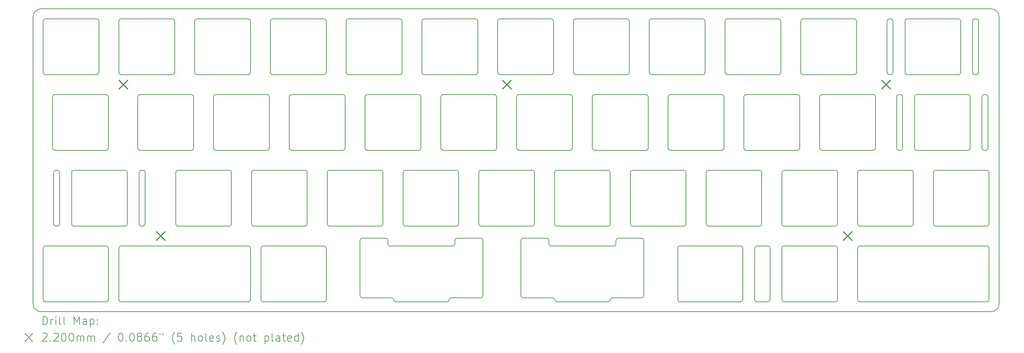
<source format=gbr>
%FSLAX45Y45*%
G04 Gerber Fmt 4.5, Leading zero omitted, Abs format (unit mm)*
G04 Created by KiCad (PCBNEW (6.0.1)) date 2022-12-02 16:12:17*
%MOMM*%
%LPD*%
G01*
G04 APERTURE LIST*
%TA.AperFunction,Profile*%
%ADD10C,0.200000*%
%TD*%
%ADD11C,0.200000*%
%ADD12C,0.220000*%
G04 APERTURE END LIST*
D10*
X8349375Y-11365000D02*
X5144375Y-11365000D01*
X8399375Y-11415000D02*
G75*
G03*
X8349375Y-11365000I-50000J0D01*
G01*
X8399375Y-12715000D02*
X8399375Y-11415000D01*
X8349375Y-12765000D02*
G75*
G03*
X8399375Y-12715000I0J50000D01*
G01*
X5144375Y-12765000D02*
X8349375Y-12765000D01*
X5094375Y-12715000D02*
G75*
G03*
X5144375Y-12765000I50000J0D01*
G01*
X5094375Y-11415000D02*
X5094375Y-12715000D01*
X5144375Y-11365000D02*
G75*
G03*
X5094375Y-11415000I0J-50000D01*
G01*
X26923125Y-9460000D02*
X25623125Y-9460000D01*
X26973125Y-9510000D02*
G75*
G03*
X26923125Y-9460000I-50000J0D01*
G01*
X26973125Y-10810000D02*
X26973125Y-9510000D01*
X26923125Y-10860000D02*
G75*
G03*
X26973125Y-10810000I0J50000D01*
G01*
X25623125Y-10860000D02*
X26923125Y-10860000D01*
X25573125Y-10810000D02*
G75*
G03*
X25623125Y-10860000I50000J0D01*
G01*
X25573125Y-9510000D02*
X25573125Y-10810000D01*
X25623125Y-9460000D02*
G75*
G03*
X25573125Y-9510000I0J-50000D01*
G01*
X25018125Y-9460000D02*
X23718125Y-9460000D01*
X25068125Y-9510000D02*
G75*
G03*
X25018125Y-9460000I-50000J0D01*
G01*
X25068125Y-10810000D02*
X25068125Y-9510000D01*
X25018125Y-10860000D02*
G75*
G03*
X25068125Y-10810000I0J50000D01*
G01*
X23718125Y-10860000D02*
X25018125Y-10860000D01*
X23668125Y-10810000D02*
G75*
G03*
X23718125Y-10860000I50000J0D01*
G01*
X23668125Y-9510000D02*
X23668125Y-10810000D01*
X23718125Y-9460000D02*
G75*
G03*
X23668125Y-9510000I0J-50000D01*
G01*
X23113125Y-9460000D02*
X21813125Y-9460000D01*
X23163125Y-9510000D02*
G75*
G03*
X23113125Y-9460000I-50000J0D01*
G01*
X23163125Y-10810000D02*
X23163125Y-9510000D01*
X23113125Y-10860000D02*
G75*
G03*
X23163125Y-10810000I0J50000D01*
G01*
X21813125Y-10860000D02*
X23113125Y-10860000D01*
X21763125Y-10810000D02*
G75*
G03*
X21813125Y-10860000I50000J0D01*
G01*
X21763125Y-9510000D02*
X21763125Y-10810000D01*
X21813125Y-9460000D02*
G75*
G03*
X21763125Y-9510000I0J-50000D01*
G01*
X8428125Y-10810000D02*
G75*
G03*
X8478125Y-10860000I50000J0D01*
G01*
X9778125Y-10860000D02*
X8478125Y-10860000D01*
X9778125Y-10860000D02*
G75*
G03*
X9828125Y-10810000I0J50000D01*
G01*
X9828125Y-9510000D02*
X9828125Y-10810000D01*
X9828125Y-9510000D02*
G75*
G03*
X9778125Y-9460000I-50000J0D01*
G01*
X8478125Y-9460000D02*
X9778125Y-9460000D01*
X8478125Y-9460000D02*
G75*
G03*
X8428125Y-9510000I0J-50000D01*
G01*
X8428125Y-10810000D02*
X8428125Y-9510000D01*
X17398125Y-9460000D02*
X16098125Y-9460000D01*
X17448125Y-9510000D02*
G75*
G03*
X17398125Y-9460000I-50000J0D01*
G01*
X17448125Y-10810000D02*
X17448125Y-9510000D01*
X17398125Y-10860000D02*
G75*
G03*
X17448125Y-10810000I0J50000D01*
G01*
X16098125Y-10860000D02*
X17398125Y-10860000D01*
X16048125Y-10810000D02*
G75*
G03*
X16098125Y-10860000I50000J0D01*
G01*
X16048125Y-9510000D02*
X16048125Y-10810000D01*
X16098125Y-9460000D02*
G75*
G03*
X16048125Y-9510000I0J-50000D01*
G01*
X11683125Y-9460000D02*
X10383125Y-9460000D01*
X11733125Y-9510000D02*
G75*
G03*
X11683125Y-9460000I-50000J0D01*
G01*
X11733125Y-10810000D02*
X11733125Y-9510000D01*
X11683125Y-10860000D02*
G75*
G03*
X11733125Y-10810000I0J50000D01*
G01*
X10383125Y-10860000D02*
X11683125Y-10860000D01*
X10333125Y-10810000D02*
G75*
G03*
X10383125Y-10860000I50000J0D01*
G01*
X10333125Y-9510000D02*
X10333125Y-10810000D01*
X10383125Y-9460000D02*
G75*
G03*
X10333125Y-9510000I0J-50000D01*
G01*
X15493125Y-9460000D02*
X14193125Y-9460000D01*
X15543125Y-9510000D02*
G75*
G03*
X15493125Y-9460000I-50000J0D01*
G01*
X15543125Y-10810000D02*
X15543125Y-9510000D01*
X15493125Y-10860000D02*
G75*
G03*
X15543125Y-10810000I0J50000D01*
G01*
X14193125Y-10860000D02*
X15493125Y-10860000D01*
X14143125Y-10810000D02*
G75*
G03*
X14193125Y-10860000I50000J0D01*
G01*
X14143125Y-9510000D02*
X14143125Y-10810000D01*
X14193125Y-9460000D02*
G75*
G03*
X14143125Y-9510000I0J-50000D01*
G01*
X19303125Y-9460000D02*
X18003125Y-9460000D01*
X19353125Y-9510000D02*
G75*
G03*
X19303125Y-9460000I-50000J0D01*
G01*
X19353125Y-10810000D02*
X19353125Y-9510000D01*
X19303125Y-10860000D02*
G75*
G03*
X19353125Y-10810000I0J50000D01*
G01*
X18003125Y-10860000D02*
X19303125Y-10860000D01*
X17953125Y-10810000D02*
G75*
G03*
X18003125Y-10860000I50000J0D01*
G01*
X17953125Y-9510000D02*
X17953125Y-10810000D01*
X18003125Y-9460000D02*
G75*
G03*
X17953125Y-9510000I0J-50000D01*
G01*
X12238125Y-10810000D02*
G75*
G03*
X12288125Y-10860000I50000J0D01*
G01*
X13588125Y-10860000D02*
X12288125Y-10860000D01*
X13588125Y-10860000D02*
G75*
G03*
X13638125Y-10810000I0J50000D01*
G01*
X13638125Y-9510000D02*
X13638125Y-10810000D01*
X13638125Y-9510000D02*
G75*
G03*
X13588125Y-9460000I-50000J0D01*
G01*
X12288125Y-9460000D02*
X13588125Y-9460000D01*
X12288125Y-9460000D02*
G75*
G03*
X12238125Y-9510000I0J-50000D01*
G01*
X12238125Y-10810000D02*
X12238125Y-9510000D01*
X21208125Y-9460000D02*
X19908125Y-9460000D01*
X21258125Y-9510000D02*
G75*
G03*
X21208125Y-9460000I-50000J0D01*
G01*
X21258125Y-10810000D02*
X21258125Y-9510000D01*
X21208125Y-10860000D02*
G75*
G03*
X21258125Y-10810000I0J50000D01*
G01*
X19908125Y-10860000D02*
X21208125Y-10860000D01*
X19858125Y-10810000D02*
G75*
G03*
X19908125Y-10860000I50000J0D01*
G01*
X19858125Y-9510000D02*
X19858125Y-10810000D01*
X19908125Y-9460000D02*
G75*
G03*
X19858125Y-9510000I0J-50000D01*
G01*
X7873125Y-9460000D02*
X6573125Y-9460000D01*
X7923125Y-9510000D02*
G75*
G03*
X7873125Y-9460000I-50000J0D01*
G01*
X7923125Y-10810000D02*
X7923125Y-9510000D01*
X7873125Y-10860000D02*
G75*
G03*
X7923125Y-10810000I0J50000D01*
G01*
X6573125Y-10860000D02*
X7873125Y-10860000D01*
X6523125Y-10810000D02*
G75*
G03*
X6573125Y-10860000I50000J0D01*
G01*
X6523125Y-9510000D02*
X6523125Y-10810000D01*
X6573125Y-9460000D02*
G75*
G03*
X6523125Y-9510000I0J-50000D01*
G01*
X5253750Y-9460000D02*
X3953750Y-9460000D01*
X5303750Y-9510000D02*
G75*
G03*
X5253750Y-9460000I-50000J0D01*
G01*
X5303750Y-10810000D02*
X5303750Y-9510000D01*
X5253750Y-10860000D02*
G75*
G03*
X5303750Y-10810000I0J50000D01*
G01*
X3953750Y-10860000D02*
X5253750Y-10860000D01*
X3903750Y-10810000D02*
G75*
G03*
X3953750Y-10860000I50000J0D01*
G01*
X3903750Y-9510000D02*
X3903750Y-10810000D01*
X3953750Y-9460000D02*
G75*
G03*
X3903750Y-9510000I0J-50000D01*
G01*
X25096875Y-8905000D02*
G75*
G03*
X25146875Y-8955000I50000J0D01*
G01*
X26446875Y-8955000D02*
X25146875Y-8955000D01*
X26446875Y-8955000D02*
G75*
G03*
X26496875Y-8905000I0J50000D01*
G01*
X26496875Y-7605000D02*
X26496875Y-8905000D01*
X26496875Y-7605000D02*
G75*
G03*
X26446875Y-7555000I-50000J0D01*
G01*
X25146875Y-7555000D02*
X26446875Y-7555000D01*
X25146875Y-7555000D02*
G75*
G03*
X25096875Y-7605000I0J-50000D01*
G01*
X25096875Y-8905000D02*
X25096875Y-7605000D01*
X24065625Y-7555000D02*
X22765625Y-7555000D01*
X24115625Y-7605000D02*
G75*
G03*
X24065625Y-7555000I-50000J0D01*
G01*
X24115625Y-8905000D02*
X24115625Y-7605000D01*
X24065625Y-8955000D02*
G75*
G03*
X24115625Y-8905000I0J50000D01*
G01*
X22765625Y-8955000D02*
X24065625Y-8955000D01*
X22715625Y-8905000D02*
G75*
G03*
X22765625Y-8955000I50000J0D01*
G01*
X22715625Y-7605000D02*
X22715625Y-8905000D01*
X22765625Y-7555000D02*
G75*
G03*
X22715625Y-7605000I0J-50000D01*
G01*
X3553750Y-9460000D02*
X3503750Y-9460000D01*
X3603750Y-9510000D02*
G75*
G03*
X3553750Y-9460000I-50000J0D01*
G01*
X3603750Y-10810000D02*
X3603750Y-9510000D01*
X3553750Y-10860000D02*
G75*
G03*
X3603750Y-10810000I0J50000D01*
G01*
X3503750Y-10860000D02*
X3553750Y-10860000D01*
X3453750Y-10810000D02*
G75*
G03*
X3503750Y-10860000I50000J0D01*
G01*
X3453750Y-9510000D02*
X3453750Y-10810000D01*
X3503750Y-9460000D02*
G75*
G03*
X3453750Y-9510000I0J-50000D01*
G01*
X5753750Y-10810000D02*
X5753750Y-9510000D01*
X5703750Y-10860000D02*
G75*
G03*
X5753750Y-10810000I0J50000D01*
G01*
X5653750Y-10860000D02*
X5703750Y-10860000D01*
X5603750Y-10810000D02*
G75*
G03*
X5653750Y-10860000I50000J0D01*
G01*
X5603750Y-9510000D02*
X5603750Y-10810000D01*
X5653750Y-9460000D02*
G75*
G03*
X5603750Y-9510000I0J-50000D01*
G01*
X5703750Y-9460000D02*
X5653750Y-9460000D01*
X5753750Y-9510000D02*
G75*
G03*
X5703750Y-9460000I-50000J0D01*
G01*
X26896875Y-7555000D02*
X26846875Y-7555000D01*
X26946875Y-7605000D02*
G75*
G03*
X26896875Y-7555000I-50000J0D01*
G01*
X26946875Y-8905000D02*
X26946875Y-7605000D01*
X26896875Y-8955000D02*
G75*
G03*
X26946875Y-8905000I0J50000D01*
G01*
X26846875Y-8955000D02*
X26896875Y-8955000D01*
X26796875Y-8905000D02*
G75*
G03*
X26846875Y-8955000I50000J0D01*
G01*
X26796875Y-7605000D02*
X26796875Y-8905000D01*
X26846875Y-7555000D02*
G75*
G03*
X26796875Y-7605000I0J-50000D01*
G01*
X24796875Y-8905000D02*
X24796875Y-7605000D01*
X24746875Y-8955000D02*
G75*
G03*
X24796875Y-8905000I0J50000D01*
G01*
X24696875Y-8955000D02*
X24746875Y-8955000D01*
X24646875Y-8905000D02*
G75*
G03*
X24696875Y-8955000I50000J0D01*
G01*
X24646875Y-7605000D02*
X24646875Y-8905000D01*
X24696875Y-7555000D02*
G75*
G03*
X24646875Y-7605000I0J-50000D01*
G01*
X24746875Y-7555000D02*
X24696875Y-7555000D01*
X24796875Y-7605000D02*
G75*
G03*
X24746875Y-7555000I-50000J0D01*
G01*
X22160625Y-7555000D02*
X20860625Y-7555000D01*
X22210625Y-7605000D02*
G75*
G03*
X22160625Y-7555000I-50000J0D01*
G01*
X22210625Y-8905000D02*
X22210625Y-7605000D01*
X22160625Y-8955000D02*
G75*
G03*
X22210625Y-8905000I0J50000D01*
G01*
X20860625Y-8955000D02*
X22160625Y-8955000D01*
X20810625Y-8905000D02*
G75*
G03*
X20860625Y-8955000I50000J0D01*
G01*
X20810625Y-7605000D02*
X20810625Y-8905000D01*
X20860625Y-7555000D02*
G75*
G03*
X20810625Y-7605000I0J-50000D01*
G01*
X14540625Y-7555000D02*
X13240625Y-7555000D01*
X14590625Y-7605000D02*
G75*
G03*
X14540625Y-7555000I-50000J0D01*
G01*
X14590625Y-8905000D02*
X14590625Y-7605000D01*
X14540625Y-8955000D02*
G75*
G03*
X14590625Y-8905000I0J50000D01*
G01*
X13240625Y-8955000D02*
X14540625Y-8955000D01*
X13190625Y-8905000D02*
G75*
G03*
X13240625Y-8955000I50000J0D01*
G01*
X13190625Y-7605000D02*
X13190625Y-8905000D01*
X13240625Y-7555000D02*
G75*
G03*
X13190625Y-7605000I0J-50000D01*
G01*
X18350625Y-7555000D02*
X17050625Y-7555000D01*
X18400625Y-7605000D02*
G75*
G03*
X18350625Y-7555000I-50000J0D01*
G01*
X18400625Y-8905000D02*
X18400625Y-7605000D01*
X18350625Y-8955000D02*
G75*
G03*
X18400625Y-8905000I0J50000D01*
G01*
X17050625Y-8955000D02*
X18350625Y-8955000D01*
X17000625Y-8905000D02*
G75*
G03*
X17050625Y-8955000I50000J0D01*
G01*
X17000625Y-7605000D02*
X17000625Y-8905000D01*
X17050625Y-7555000D02*
G75*
G03*
X17000625Y-7605000I0J-50000D01*
G01*
X8825625Y-7555000D02*
X7525625Y-7555000D01*
X8875625Y-7605000D02*
G75*
G03*
X8825625Y-7555000I-50000J0D01*
G01*
X8875625Y-8905000D02*
X8875625Y-7605000D01*
X8825625Y-8955000D02*
G75*
G03*
X8875625Y-8905000I0J50000D01*
G01*
X7525625Y-8955000D02*
X8825625Y-8955000D01*
X7475625Y-8905000D02*
G75*
G03*
X7525625Y-8955000I50000J0D01*
G01*
X7475625Y-7605000D02*
X7475625Y-8905000D01*
X7525625Y-7555000D02*
G75*
G03*
X7475625Y-7605000I0J-50000D01*
G01*
X20255625Y-7555000D02*
X18955625Y-7555000D01*
X20305625Y-7605000D02*
G75*
G03*
X20255625Y-7555000I-50000J0D01*
G01*
X20305625Y-8905000D02*
X20305625Y-7605000D01*
X20255625Y-8955000D02*
G75*
G03*
X20305625Y-8905000I0J50000D01*
G01*
X18955625Y-8955000D02*
X20255625Y-8955000D01*
X18905625Y-8905000D02*
G75*
G03*
X18955625Y-8955000I50000J0D01*
G01*
X18905625Y-7605000D02*
X18905625Y-8905000D01*
X18955625Y-7555000D02*
G75*
G03*
X18905625Y-7605000I0J-50000D01*
G01*
X12635625Y-7555000D02*
X11335625Y-7555000D01*
X12685625Y-7605000D02*
G75*
G03*
X12635625Y-7555000I-50000J0D01*
G01*
X12685625Y-8905000D02*
X12685625Y-7605000D01*
X12635625Y-8955000D02*
G75*
G03*
X12685625Y-8905000I0J50000D01*
G01*
X11335625Y-8955000D02*
X12635625Y-8955000D01*
X11285625Y-8905000D02*
G75*
G03*
X11335625Y-8955000I50000J0D01*
G01*
X11285625Y-7605000D02*
X11285625Y-8905000D01*
X11335625Y-7555000D02*
G75*
G03*
X11285625Y-7605000I0J-50000D01*
G01*
X6920625Y-7555000D02*
X5620625Y-7555000D01*
X6970625Y-7605000D02*
G75*
G03*
X6920625Y-7555000I-50000J0D01*
G01*
X6970625Y-8905000D02*
X6970625Y-7605000D01*
X6920625Y-8955000D02*
G75*
G03*
X6970625Y-8905000I0J50000D01*
G01*
X5620625Y-8955000D02*
X6920625Y-8955000D01*
X5570625Y-8905000D02*
G75*
G03*
X5620625Y-8955000I50000J0D01*
G01*
X5570625Y-7605000D02*
X5570625Y-8905000D01*
X5620625Y-7555000D02*
G75*
G03*
X5570625Y-7605000I0J-50000D01*
G01*
X16445625Y-7555000D02*
X15145625Y-7555000D01*
X16495625Y-7605000D02*
G75*
G03*
X16445625Y-7555000I-50000J0D01*
G01*
X16495625Y-8905000D02*
X16495625Y-7605000D01*
X16445625Y-8955000D02*
G75*
G03*
X16495625Y-8905000I0J50000D01*
G01*
X15145625Y-8955000D02*
X16445625Y-8955000D01*
X15095625Y-8905000D02*
G75*
G03*
X15145625Y-8955000I50000J0D01*
G01*
X15095625Y-7605000D02*
X15095625Y-8905000D01*
X15145625Y-7555000D02*
G75*
G03*
X15095625Y-7605000I0J-50000D01*
G01*
X10730625Y-7555000D02*
X9430625Y-7555000D01*
X10780625Y-7605000D02*
G75*
G03*
X10730625Y-7555000I-50000J0D01*
G01*
X10780625Y-8905000D02*
X10780625Y-7605000D01*
X10730625Y-8955000D02*
G75*
G03*
X10780625Y-8905000I0J50000D01*
G01*
X9430625Y-8955000D02*
X10730625Y-8955000D01*
X9380625Y-8905000D02*
G75*
G03*
X9430625Y-8955000I50000J0D01*
G01*
X9380625Y-7605000D02*
X9380625Y-8905000D01*
X9430625Y-7555000D02*
G75*
G03*
X9380625Y-7605000I0J-50000D01*
G01*
X4777500Y-7555000D02*
X3477500Y-7555000D01*
X4827500Y-7605000D02*
G75*
G03*
X4777500Y-7555000I-50000J0D01*
G01*
X4827500Y-8905000D02*
X4827500Y-7605000D01*
X4777500Y-8955000D02*
G75*
G03*
X4827500Y-8905000I0J50000D01*
G01*
X3477500Y-8955000D02*
X4777500Y-8955000D01*
X3427500Y-8905000D02*
G75*
G03*
X3477500Y-8955000I50000J0D01*
G01*
X3427500Y-7605000D02*
X3427500Y-8905000D01*
X3477500Y-7555000D02*
G75*
G03*
X3427500Y-7605000I0J-50000D01*
G01*
X26658750Y-5650000D02*
X26608750Y-5650000D01*
X26708750Y-5700000D02*
G75*
G03*
X26658750Y-5650000I-50000J0D01*
G01*
X26708750Y-7000000D02*
X26708750Y-5700000D01*
X26658750Y-7050000D02*
G75*
G03*
X26708750Y-7000000I0J50000D01*
G01*
X26608750Y-7050000D02*
X26658750Y-7050000D01*
X26558750Y-7000000D02*
G75*
G03*
X26608750Y-7050000I50000J0D01*
G01*
X26558750Y-5700000D02*
X26558750Y-7000000D01*
X26608750Y-5650000D02*
G75*
G03*
X26558750Y-5700000I0J-50000D01*
G01*
X24508750Y-5650000D02*
X24458750Y-5650000D01*
X24558750Y-5700000D02*
G75*
G03*
X24508750Y-5650000I-50000J0D01*
G01*
X24558750Y-7000000D02*
X24558750Y-5700000D01*
X24508750Y-7050000D02*
G75*
G03*
X24558750Y-7000000I0J50000D01*
G01*
X24458750Y-7050000D02*
X24508750Y-7050000D01*
X24408750Y-7000000D02*
G75*
G03*
X24458750Y-7050000I50000J0D01*
G01*
X24408750Y-5700000D02*
X24408750Y-7000000D01*
X24458750Y-5650000D02*
G75*
G03*
X24408750Y-5700000I0J-50000D01*
G01*
X20334375Y-7000000D02*
G75*
G03*
X20384375Y-7050000I50000J0D01*
G01*
X21684375Y-7050000D02*
X20384375Y-7050000D01*
X21684375Y-7050000D02*
G75*
G03*
X21734375Y-7000000I0J50000D01*
G01*
X21734375Y-5700000D02*
X21734375Y-7000000D01*
X21734375Y-5700000D02*
G75*
G03*
X21684375Y-5650000I-50000J0D01*
G01*
X20384375Y-5650000D02*
X21684375Y-5650000D01*
X20384375Y-5650000D02*
G75*
G03*
X20334375Y-5700000I0J-50000D01*
G01*
X20334375Y-7000000D02*
X20334375Y-5700000D01*
X17874375Y-5650000D02*
X16574375Y-5650000D01*
X17924375Y-5700000D02*
G75*
G03*
X17874375Y-5650000I-50000J0D01*
G01*
X17924375Y-7000000D02*
X17924375Y-5700000D01*
X17874375Y-7050000D02*
G75*
G03*
X17924375Y-7000000I0J50000D01*
G01*
X16574375Y-7050000D02*
X17874375Y-7050000D01*
X16524375Y-7000000D02*
G75*
G03*
X16574375Y-7050000I50000J0D01*
G01*
X16524375Y-5700000D02*
X16524375Y-7000000D01*
X16574375Y-5650000D02*
G75*
G03*
X16524375Y-5700000I0J-50000D01*
G01*
X21131875Y-12765000D02*
X21413125Y-12765000D01*
X21081875Y-12715000D02*
G75*
G03*
X21131875Y-12765000I50000J0D01*
G01*
X21081875Y-11415000D02*
X21081875Y-12715000D01*
X21131875Y-11365000D02*
G75*
G03*
X21081875Y-11415000I0J-50000D01*
G01*
X21413125Y-11365000D02*
X21131875Y-11365000D01*
X21463125Y-11415000D02*
G75*
G03*
X21413125Y-11365000I-50000J0D01*
G01*
X21463125Y-12715000D02*
X21463125Y-11415000D01*
X21413125Y-12765000D02*
G75*
G03*
X21463125Y-12715000I0J50000D01*
G01*
X4777500Y-11365000D02*
X3239375Y-11365000D01*
X4827500Y-11415000D02*
G75*
G03*
X4777500Y-11365000I-50000J0D01*
G01*
X4827500Y-12715000D02*
X4827500Y-11415000D01*
X4777500Y-12765000D02*
G75*
G03*
X4827500Y-12715000I0J50000D01*
G01*
X3239375Y-12765000D02*
X4777500Y-12765000D01*
X3189375Y-12715000D02*
G75*
G03*
X3239375Y-12765000I50000J0D01*
G01*
X3189375Y-11415000D02*
X3189375Y-12715000D01*
X3239375Y-11365000D02*
G75*
G03*
X3189375Y-11415000I0J-50000D01*
G01*
X19779375Y-5650000D02*
X18479375Y-5650000D01*
X19829375Y-5700000D02*
G75*
G03*
X19779375Y-5650000I-50000J0D01*
G01*
X19829375Y-7000000D02*
X19829375Y-5700000D01*
X19779375Y-7050000D02*
G75*
G03*
X19829375Y-7000000I0J50000D01*
G01*
X18479375Y-7050000D02*
X19779375Y-7050000D01*
X18429375Y-7000000D02*
G75*
G03*
X18479375Y-7050000I50000J0D01*
G01*
X18429375Y-5700000D02*
X18429375Y-7000000D01*
X18479375Y-5650000D02*
G75*
G03*
X18429375Y-5700000I0J-50000D01*
G01*
X8716250Y-11365000D02*
G75*
G03*
X8666250Y-11415000I0J-50000D01*
G01*
X8666250Y-12715000D02*
X8666250Y-11415000D01*
X8666250Y-12715000D02*
G75*
G03*
X8716250Y-12765000I50000J0D01*
G01*
X10254375Y-12765000D02*
X8716250Y-12765000D01*
X10254375Y-12765000D02*
G75*
G03*
X10304375Y-12715000I0J50000D01*
G01*
X10304375Y-11415000D02*
X10304375Y-12715000D01*
X10304375Y-11415000D02*
G75*
G03*
X10254375Y-11365000I-50000J0D01*
G01*
X8716250Y-11365000D02*
X10254375Y-11365000D01*
X26208750Y-5650000D02*
X24908750Y-5650000D01*
X26258750Y-5700000D02*
G75*
G03*
X26208750Y-5650000I-50000J0D01*
G01*
X26258750Y-7000000D02*
X26258750Y-5700000D01*
X26208750Y-7050000D02*
G75*
G03*
X26258750Y-7000000I0J50000D01*
G01*
X24908750Y-7050000D02*
X26208750Y-7050000D01*
X24858750Y-7000000D02*
G75*
G03*
X24908750Y-7050000I50000J0D01*
G01*
X24858750Y-5700000D02*
X24858750Y-7000000D01*
X24908750Y-5650000D02*
G75*
G03*
X24858750Y-5700000I0J-50000D01*
G01*
X20731875Y-11365000D02*
X19193750Y-11365000D01*
X20781875Y-11415000D02*
G75*
G03*
X20731875Y-11365000I-50000J0D01*
G01*
X20781875Y-12715000D02*
X20781875Y-11415000D01*
X20731875Y-12765000D02*
G75*
G03*
X20781875Y-12715000I0J50000D01*
G01*
X19193750Y-12765000D02*
X20731875Y-12765000D01*
X19143750Y-12715000D02*
G75*
G03*
X19193750Y-12765000I50000J0D01*
G01*
X19143750Y-11415000D02*
X19143750Y-12715000D01*
X19193750Y-11365000D02*
G75*
G03*
X19143750Y-11415000I0J-50000D01*
G01*
X26923125Y-11365000D02*
X23718125Y-11365000D01*
X26973125Y-11415000D02*
G75*
G03*
X26923125Y-11365000I-50000J0D01*
G01*
X26973125Y-12715000D02*
X26973125Y-11415000D01*
X26923125Y-12765000D02*
G75*
G03*
X26973125Y-12715000I0J50000D01*
G01*
X23718125Y-12765000D02*
X26923125Y-12765000D01*
X23668125Y-12715000D02*
G75*
G03*
X23718125Y-12765000I50000J0D01*
G01*
X23668125Y-11415000D02*
X23668125Y-12715000D01*
X23718125Y-11365000D02*
G75*
G03*
X23668125Y-11415000I0J-50000D01*
G01*
X23589375Y-5650000D02*
X22289375Y-5650000D01*
X23639375Y-5700000D02*
G75*
G03*
X23589375Y-5650000I-50000J0D01*
G01*
X23639375Y-7000000D02*
X23639375Y-5700000D01*
X23589375Y-7050000D02*
G75*
G03*
X23639375Y-7000000I0J50000D01*
G01*
X22289375Y-7050000D02*
X23589375Y-7050000D01*
X22239375Y-7000000D02*
G75*
G03*
X22289375Y-7050000I50000J0D01*
G01*
X22239375Y-5700000D02*
X22239375Y-7000000D01*
X22289375Y-5650000D02*
G75*
G03*
X22239375Y-5700000I0J-50000D01*
G01*
X14114375Y-7000000D02*
X14114375Y-5700000D01*
X14064375Y-7050000D02*
G75*
G03*
X14114375Y-7000000I0J50000D01*
G01*
X12764375Y-7050000D02*
X14064375Y-7050000D01*
X12714375Y-7000000D02*
G75*
G03*
X12764375Y-7050000I50000J0D01*
G01*
X12714375Y-5700000D02*
X12714375Y-7000000D01*
X12764375Y-5650000D02*
G75*
G03*
X12714375Y-5700000I0J-50000D01*
G01*
X14064375Y-5650000D02*
X12764375Y-5650000D01*
X14114375Y-5700000D02*
G75*
G03*
X14064375Y-5650000I-50000J0D01*
G01*
X15969375Y-5650000D02*
X14669375Y-5650000D01*
X16019375Y-5700000D02*
G75*
G03*
X15969375Y-5650000I-50000J0D01*
G01*
X16019375Y-7000000D02*
X16019375Y-5700000D01*
X15969375Y-7050000D02*
G75*
G03*
X16019375Y-7000000I0J50000D01*
G01*
X14669375Y-7050000D02*
X15969375Y-7050000D01*
X14619375Y-7000000D02*
G75*
G03*
X14669375Y-7050000I50000J0D01*
G01*
X14619375Y-5700000D02*
X14619375Y-7000000D01*
X14669375Y-5650000D02*
G75*
G03*
X14619375Y-5700000I0J-50000D01*
G01*
X4539375Y-5650000D02*
X3239375Y-5650000D01*
X4589375Y-5700000D02*
G75*
G03*
X4539375Y-5650000I-50000J0D01*
G01*
X4589375Y-7000000D02*
X4589375Y-5700000D01*
X4539375Y-7050000D02*
G75*
G03*
X4589375Y-7000000I0J50000D01*
G01*
X3239375Y-7050000D02*
X4539375Y-7050000D01*
X3189375Y-7000000D02*
G75*
G03*
X3239375Y-7050000I50000J0D01*
G01*
X3189375Y-5700000D02*
X3189375Y-7000000D01*
X3239375Y-5650000D02*
G75*
G03*
X3189375Y-5700000I0J-50000D01*
G01*
X12159375Y-5650000D02*
X10859375Y-5650000D01*
X12209375Y-5700000D02*
G75*
G03*
X12159375Y-5650000I-50000J0D01*
G01*
X12209375Y-7000000D02*
X12209375Y-5700000D01*
X12159375Y-7050000D02*
G75*
G03*
X12209375Y-7000000I0J50000D01*
G01*
X10859375Y-7050000D02*
X12159375Y-7050000D01*
X10809375Y-7000000D02*
G75*
G03*
X10859375Y-7050000I50000J0D01*
G01*
X10809375Y-5700000D02*
X10809375Y-7000000D01*
X10859375Y-5650000D02*
G75*
G03*
X10809375Y-5700000I0J-50000D01*
G01*
X21763125Y-12715000D02*
G75*
G03*
X21813125Y-12765000I50000J0D01*
G01*
X23113125Y-12765000D02*
X21813125Y-12765000D01*
X23113125Y-12765000D02*
G75*
G03*
X23163125Y-12715000I0J50000D01*
G01*
X23163125Y-11415000D02*
X23163125Y-12715000D01*
X23163125Y-11415000D02*
G75*
G03*
X23113125Y-11365000I-50000J0D01*
G01*
X21813125Y-11365000D02*
X23113125Y-11365000D01*
X21813125Y-11365000D02*
G75*
G03*
X21763125Y-11415000I0J-50000D01*
G01*
X21763125Y-12715000D02*
X21763125Y-11415000D01*
X8349375Y-5650000D02*
X7049375Y-5650000D01*
X8399375Y-5700000D02*
G75*
G03*
X8349375Y-5650000I-50000J0D01*
G01*
X8399375Y-7000000D02*
X8399375Y-5700000D01*
X8349375Y-7050000D02*
G75*
G03*
X8399375Y-7000000I0J50000D01*
G01*
X7049375Y-7050000D02*
X8349375Y-7050000D01*
X6999375Y-7000000D02*
G75*
G03*
X7049375Y-7050000I50000J0D01*
G01*
X6999375Y-5700000D02*
X6999375Y-7000000D01*
X7049375Y-5650000D02*
G75*
G03*
X6999375Y-5700000I0J-50000D01*
G01*
X6444375Y-5650000D02*
X5144375Y-5650000D01*
X6494375Y-5700000D02*
G75*
G03*
X6444375Y-5650000I-50000J0D01*
G01*
X6494375Y-7000000D02*
X6494375Y-5700000D01*
X6444375Y-7050000D02*
G75*
G03*
X6494375Y-7000000I0J50000D01*
G01*
X5144375Y-7050000D02*
X6444375Y-7050000D01*
X5094375Y-7000000D02*
G75*
G03*
X5144375Y-7050000I50000J0D01*
G01*
X5094375Y-5700000D02*
X5094375Y-7000000D01*
X5144375Y-5650000D02*
G75*
G03*
X5094375Y-5700000I0J-50000D01*
G01*
X10254375Y-5650000D02*
X8954375Y-5650000D01*
X10304375Y-5700000D02*
G75*
G03*
X10254375Y-5650000I-50000J0D01*
G01*
X10304375Y-7000000D02*
X10304375Y-5700000D01*
X10254375Y-7050000D02*
G75*
G03*
X10304375Y-7000000I0J50000D01*
G01*
X8954375Y-7050000D02*
X10254375Y-7050000D01*
X8904375Y-7000000D02*
G75*
G03*
X8954375Y-7050000I50000J0D01*
G01*
X8904375Y-5700000D02*
X8904375Y-7000000D01*
X8954375Y-5650000D02*
G75*
G03*
X8904375Y-5700000I0J-50000D01*
G01*
X14193800Y-12665000D02*
X13450000Y-12665000D01*
X14193800Y-12665000D02*
G75*
G03*
X14243800Y-12615000I0J50000D01*
G01*
X14243800Y-11215000D02*
X14243800Y-12615000D01*
X14243800Y-11215000D02*
G75*
G03*
X14193800Y-11165000I-50000J0D01*
G01*
X13593800Y-11165000D02*
X14193800Y-11165000D01*
X13593800Y-11165000D02*
G75*
G03*
X13543800Y-11215000I0J-50000D01*
G01*
X13543800Y-11315000D02*
X13543800Y-11215000D01*
X13493800Y-11365000D02*
G75*
G03*
X13543800Y-11315000I0J50000D01*
G01*
X11906200Y-11365000D02*
X13493800Y-11365000D01*
X11856200Y-11315000D02*
G75*
G03*
X11906200Y-11365000I50000J0D01*
G01*
X11856200Y-11215000D02*
X11856200Y-11315000D01*
X11856200Y-11215000D02*
G75*
G03*
X11806200Y-11165000I-50000J0D01*
G01*
X11206200Y-11165000D02*
X11806200Y-11165000D01*
X11206200Y-11165000D02*
G75*
G03*
X11156200Y-11215000I0J-50000D01*
G01*
X11156200Y-12615000D02*
X11156200Y-11215000D01*
X11156200Y-12615000D02*
G75*
G03*
X11206200Y-12665000I50000J0D01*
G01*
X11950000Y-12665000D02*
X11206200Y-12665000D01*
X12000000Y-12715000D02*
G75*
G03*
X11950000Y-12665000I-50000J0D01*
G01*
X12000000Y-12715000D02*
G75*
G03*
X12050000Y-12765000I50000J0D01*
G01*
X13350000Y-12765000D02*
X12050000Y-12765000D01*
X13350000Y-12765000D02*
G75*
G03*
X13400000Y-12715000I0J50000D01*
G01*
X13450000Y-12665000D02*
G75*
G03*
X13400000Y-12715000I0J-50000D01*
G01*
X18241925Y-12665000D02*
X17498125Y-12665000D01*
X18241925Y-12665000D02*
G75*
G03*
X18291925Y-12615000I0J50000D01*
G01*
X18291925Y-11215000D02*
X18291925Y-12615000D01*
X18291925Y-11215000D02*
G75*
G03*
X18241925Y-11165000I-50000J0D01*
G01*
X17641925Y-11165000D02*
X18241925Y-11165000D01*
X17641925Y-11165000D02*
G75*
G03*
X17591925Y-11215000I0J-50000D01*
G01*
X17591925Y-11315000D02*
X17591925Y-11215000D01*
X17541925Y-11365000D02*
G75*
G03*
X17591925Y-11315000I0J50000D01*
G01*
X15954325Y-11365000D02*
X17541925Y-11365000D01*
X15904325Y-11315000D02*
G75*
G03*
X15954325Y-11365000I50000J0D01*
G01*
X15904325Y-11215000D02*
X15904325Y-11315000D01*
X15904325Y-11215000D02*
G75*
G03*
X15854325Y-11165000I-50000J0D01*
G01*
X15254325Y-11165000D02*
X15854325Y-11165000D01*
X15254325Y-11165000D02*
G75*
G03*
X15204325Y-11215000I0J-50000D01*
G01*
X15204325Y-12615000D02*
X15204325Y-11215000D01*
X15204325Y-12615000D02*
G75*
G03*
X15254325Y-12665000I50000J0D01*
G01*
X15998125Y-12665000D02*
X15254325Y-12665000D01*
X16048125Y-12715000D02*
G75*
G03*
X15998125Y-12665000I-50000J0D01*
G01*
X16048125Y-12715000D02*
G75*
G03*
X16098125Y-12765000I50000J0D01*
G01*
X17398125Y-12765000D02*
X16098125Y-12765000D01*
X17398125Y-12765000D02*
G75*
G03*
X17448125Y-12715000I0J50000D01*
G01*
X17498125Y-12665000D02*
G75*
G03*
X17448125Y-12715000I0J-50000D01*
G01*
X3136875Y-13017500D02*
X27025625Y-13017500D01*
X2936875Y-12817500D02*
G75*
G03*
X3136875Y-13017500I200000J0D01*
G01*
X2936875Y-5597500D02*
X2936875Y-12817500D01*
X3136875Y-5397500D02*
G75*
G03*
X2936875Y-5597500I0J-200000D01*
G01*
X27025625Y-5397500D02*
X3136875Y-5397500D01*
X27225625Y-5597500D02*
G75*
G03*
X27025625Y-5397500I-200000J0D01*
G01*
X27225625Y-12817500D02*
X27225625Y-5597500D01*
X27025625Y-13017500D02*
G75*
G03*
X27225625Y-12817500I0J200000D01*
G01*
D11*
D12*
X5089025Y-7192500D02*
X5309025Y-7412500D01*
X5309025Y-7192500D02*
X5089025Y-7412500D01*
X6028425Y-11002500D02*
X6248425Y-11222500D01*
X6248425Y-11002500D02*
X6028425Y-11222500D01*
X14733125Y-7192500D02*
X14953125Y-7412500D01*
X14953125Y-7192500D02*
X14733125Y-7412500D01*
X23305625Y-11002500D02*
X23525625Y-11222500D01*
X23525625Y-11002500D02*
X23305625Y-11222500D01*
X24271225Y-7192500D02*
X24491225Y-7412500D01*
X24491225Y-7192500D02*
X24271225Y-7412500D01*
D11*
X3184494Y-13337976D02*
X3184494Y-13137976D01*
X3232113Y-13137976D01*
X3260684Y-13147500D01*
X3279732Y-13166548D01*
X3289256Y-13185595D01*
X3298780Y-13223690D01*
X3298780Y-13252262D01*
X3289256Y-13290357D01*
X3279732Y-13309405D01*
X3260684Y-13328452D01*
X3232113Y-13337976D01*
X3184494Y-13337976D01*
X3384494Y-13337976D02*
X3384494Y-13204643D01*
X3384494Y-13242738D02*
X3394018Y-13223690D01*
X3403542Y-13214167D01*
X3422589Y-13204643D01*
X3441637Y-13204643D01*
X3508303Y-13337976D02*
X3508303Y-13204643D01*
X3508303Y-13137976D02*
X3498780Y-13147500D01*
X3508303Y-13157024D01*
X3517827Y-13147500D01*
X3508303Y-13137976D01*
X3508303Y-13157024D01*
X3632113Y-13337976D02*
X3613065Y-13328452D01*
X3603542Y-13309405D01*
X3603542Y-13137976D01*
X3736875Y-13337976D02*
X3717827Y-13328452D01*
X3708303Y-13309405D01*
X3708303Y-13137976D01*
X3965446Y-13337976D02*
X3965446Y-13137976D01*
X4032113Y-13280833D01*
X4098780Y-13137976D01*
X4098780Y-13337976D01*
X4279732Y-13337976D02*
X4279732Y-13233214D01*
X4270208Y-13214167D01*
X4251161Y-13204643D01*
X4213065Y-13204643D01*
X4194018Y-13214167D01*
X4279732Y-13328452D02*
X4260685Y-13337976D01*
X4213065Y-13337976D01*
X4194018Y-13328452D01*
X4184494Y-13309405D01*
X4184494Y-13290357D01*
X4194018Y-13271309D01*
X4213065Y-13261786D01*
X4260685Y-13261786D01*
X4279732Y-13252262D01*
X4374970Y-13204643D02*
X4374970Y-13404643D01*
X4374970Y-13214167D02*
X4394018Y-13204643D01*
X4432113Y-13204643D01*
X4451161Y-13214167D01*
X4460685Y-13223690D01*
X4470208Y-13242738D01*
X4470208Y-13299881D01*
X4460685Y-13318928D01*
X4451161Y-13328452D01*
X4432113Y-13337976D01*
X4394018Y-13337976D01*
X4374970Y-13328452D01*
X4555923Y-13318928D02*
X4565446Y-13328452D01*
X4555923Y-13337976D01*
X4546399Y-13328452D01*
X4555923Y-13318928D01*
X4555923Y-13337976D01*
X4555923Y-13214167D02*
X4565446Y-13223690D01*
X4555923Y-13233214D01*
X4546399Y-13223690D01*
X4555923Y-13214167D01*
X4555923Y-13233214D01*
X2726875Y-13567500D02*
X2926875Y-13767500D01*
X2926875Y-13567500D02*
X2726875Y-13767500D01*
X3174970Y-13577024D02*
X3184494Y-13567500D01*
X3203542Y-13557976D01*
X3251161Y-13557976D01*
X3270208Y-13567500D01*
X3279732Y-13577024D01*
X3289256Y-13596071D01*
X3289256Y-13615119D01*
X3279732Y-13643690D01*
X3165446Y-13757976D01*
X3289256Y-13757976D01*
X3374970Y-13738928D02*
X3384494Y-13748452D01*
X3374970Y-13757976D01*
X3365446Y-13748452D01*
X3374970Y-13738928D01*
X3374970Y-13757976D01*
X3460684Y-13577024D02*
X3470208Y-13567500D01*
X3489256Y-13557976D01*
X3536875Y-13557976D01*
X3555923Y-13567500D01*
X3565446Y-13577024D01*
X3574970Y-13596071D01*
X3574970Y-13615119D01*
X3565446Y-13643690D01*
X3451161Y-13757976D01*
X3574970Y-13757976D01*
X3698780Y-13557976D02*
X3717827Y-13557976D01*
X3736875Y-13567500D01*
X3746399Y-13577024D01*
X3755923Y-13596071D01*
X3765446Y-13634167D01*
X3765446Y-13681786D01*
X3755923Y-13719881D01*
X3746399Y-13738928D01*
X3736875Y-13748452D01*
X3717827Y-13757976D01*
X3698780Y-13757976D01*
X3679732Y-13748452D01*
X3670208Y-13738928D01*
X3660684Y-13719881D01*
X3651161Y-13681786D01*
X3651161Y-13634167D01*
X3660684Y-13596071D01*
X3670208Y-13577024D01*
X3679732Y-13567500D01*
X3698780Y-13557976D01*
X3889256Y-13557976D02*
X3908303Y-13557976D01*
X3927351Y-13567500D01*
X3936875Y-13577024D01*
X3946399Y-13596071D01*
X3955923Y-13634167D01*
X3955923Y-13681786D01*
X3946399Y-13719881D01*
X3936875Y-13738928D01*
X3927351Y-13748452D01*
X3908303Y-13757976D01*
X3889256Y-13757976D01*
X3870208Y-13748452D01*
X3860684Y-13738928D01*
X3851161Y-13719881D01*
X3841637Y-13681786D01*
X3841637Y-13634167D01*
X3851161Y-13596071D01*
X3860684Y-13577024D01*
X3870208Y-13567500D01*
X3889256Y-13557976D01*
X4041637Y-13757976D02*
X4041637Y-13624643D01*
X4041637Y-13643690D02*
X4051161Y-13634167D01*
X4070208Y-13624643D01*
X4098780Y-13624643D01*
X4117827Y-13634167D01*
X4127351Y-13653214D01*
X4127351Y-13757976D01*
X4127351Y-13653214D02*
X4136875Y-13634167D01*
X4155923Y-13624643D01*
X4184494Y-13624643D01*
X4203542Y-13634167D01*
X4213065Y-13653214D01*
X4213065Y-13757976D01*
X4308304Y-13757976D02*
X4308304Y-13624643D01*
X4308304Y-13643690D02*
X4317827Y-13634167D01*
X4336875Y-13624643D01*
X4365446Y-13624643D01*
X4384494Y-13634167D01*
X4394018Y-13653214D01*
X4394018Y-13757976D01*
X4394018Y-13653214D02*
X4403542Y-13634167D01*
X4422589Y-13624643D01*
X4451161Y-13624643D01*
X4470208Y-13634167D01*
X4479732Y-13653214D01*
X4479732Y-13757976D01*
X4870208Y-13548452D02*
X4698780Y-13805595D01*
X5127351Y-13557976D02*
X5146399Y-13557976D01*
X5165446Y-13567500D01*
X5174970Y-13577024D01*
X5184494Y-13596071D01*
X5194018Y-13634167D01*
X5194018Y-13681786D01*
X5184494Y-13719881D01*
X5174970Y-13738928D01*
X5165446Y-13748452D01*
X5146399Y-13757976D01*
X5127351Y-13757976D01*
X5108304Y-13748452D01*
X5098780Y-13738928D01*
X5089256Y-13719881D01*
X5079732Y-13681786D01*
X5079732Y-13634167D01*
X5089256Y-13596071D01*
X5098780Y-13577024D01*
X5108304Y-13567500D01*
X5127351Y-13557976D01*
X5279732Y-13738928D02*
X5289256Y-13748452D01*
X5279732Y-13757976D01*
X5270208Y-13748452D01*
X5279732Y-13738928D01*
X5279732Y-13757976D01*
X5413065Y-13557976D02*
X5432113Y-13557976D01*
X5451161Y-13567500D01*
X5460685Y-13577024D01*
X5470208Y-13596071D01*
X5479732Y-13634167D01*
X5479732Y-13681786D01*
X5470208Y-13719881D01*
X5460685Y-13738928D01*
X5451161Y-13748452D01*
X5432113Y-13757976D01*
X5413065Y-13757976D01*
X5394018Y-13748452D01*
X5384494Y-13738928D01*
X5374970Y-13719881D01*
X5365446Y-13681786D01*
X5365446Y-13634167D01*
X5374970Y-13596071D01*
X5384494Y-13577024D01*
X5394018Y-13567500D01*
X5413065Y-13557976D01*
X5594018Y-13643690D02*
X5574970Y-13634167D01*
X5565446Y-13624643D01*
X5555923Y-13605595D01*
X5555923Y-13596071D01*
X5565446Y-13577024D01*
X5574970Y-13567500D01*
X5594018Y-13557976D01*
X5632113Y-13557976D01*
X5651161Y-13567500D01*
X5660684Y-13577024D01*
X5670208Y-13596071D01*
X5670208Y-13605595D01*
X5660684Y-13624643D01*
X5651161Y-13634167D01*
X5632113Y-13643690D01*
X5594018Y-13643690D01*
X5574970Y-13653214D01*
X5565446Y-13662738D01*
X5555923Y-13681786D01*
X5555923Y-13719881D01*
X5565446Y-13738928D01*
X5574970Y-13748452D01*
X5594018Y-13757976D01*
X5632113Y-13757976D01*
X5651161Y-13748452D01*
X5660684Y-13738928D01*
X5670208Y-13719881D01*
X5670208Y-13681786D01*
X5660684Y-13662738D01*
X5651161Y-13653214D01*
X5632113Y-13643690D01*
X5841637Y-13557976D02*
X5803542Y-13557976D01*
X5784494Y-13567500D01*
X5774970Y-13577024D01*
X5755923Y-13605595D01*
X5746399Y-13643690D01*
X5746399Y-13719881D01*
X5755923Y-13738928D01*
X5765446Y-13748452D01*
X5784494Y-13757976D01*
X5822589Y-13757976D01*
X5841637Y-13748452D01*
X5851161Y-13738928D01*
X5860684Y-13719881D01*
X5860684Y-13672262D01*
X5851161Y-13653214D01*
X5841637Y-13643690D01*
X5822589Y-13634167D01*
X5784494Y-13634167D01*
X5765446Y-13643690D01*
X5755923Y-13653214D01*
X5746399Y-13672262D01*
X6032113Y-13557976D02*
X5994018Y-13557976D01*
X5974970Y-13567500D01*
X5965446Y-13577024D01*
X5946399Y-13605595D01*
X5936875Y-13643690D01*
X5936875Y-13719881D01*
X5946399Y-13738928D01*
X5955923Y-13748452D01*
X5974970Y-13757976D01*
X6013065Y-13757976D01*
X6032113Y-13748452D01*
X6041637Y-13738928D01*
X6051161Y-13719881D01*
X6051161Y-13672262D01*
X6041637Y-13653214D01*
X6032113Y-13643690D01*
X6013065Y-13634167D01*
X5974970Y-13634167D01*
X5955923Y-13643690D01*
X5946399Y-13653214D01*
X5936875Y-13672262D01*
X6127351Y-13557976D02*
X6127351Y-13596071D01*
X6203542Y-13557976D02*
X6203542Y-13596071D01*
X6498780Y-13834167D02*
X6489256Y-13824643D01*
X6470208Y-13796071D01*
X6460684Y-13777024D01*
X6451161Y-13748452D01*
X6441637Y-13700833D01*
X6441637Y-13662738D01*
X6451161Y-13615119D01*
X6460684Y-13586548D01*
X6470208Y-13567500D01*
X6489256Y-13538928D01*
X6498780Y-13529405D01*
X6670208Y-13557976D02*
X6574970Y-13557976D01*
X6565446Y-13653214D01*
X6574970Y-13643690D01*
X6594018Y-13634167D01*
X6641637Y-13634167D01*
X6660684Y-13643690D01*
X6670208Y-13653214D01*
X6679732Y-13672262D01*
X6679732Y-13719881D01*
X6670208Y-13738928D01*
X6660684Y-13748452D01*
X6641637Y-13757976D01*
X6594018Y-13757976D01*
X6574970Y-13748452D01*
X6565446Y-13738928D01*
X6917827Y-13757976D02*
X6917827Y-13557976D01*
X7003542Y-13757976D02*
X7003542Y-13653214D01*
X6994018Y-13634167D01*
X6974970Y-13624643D01*
X6946399Y-13624643D01*
X6927351Y-13634167D01*
X6917827Y-13643690D01*
X7127351Y-13757976D02*
X7108303Y-13748452D01*
X7098780Y-13738928D01*
X7089256Y-13719881D01*
X7089256Y-13662738D01*
X7098780Y-13643690D01*
X7108303Y-13634167D01*
X7127351Y-13624643D01*
X7155923Y-13624643D01*
X7174970Y-13634167D01*
X7184494Y-13643690D01*
X7194018Y-13662738D01*
X7194018Y-13719881D01*
X7184494Y-13738928D01*
X7174970Y-13748452D01*
X7155923Y-13757976D01*
X7127351Y-13757976D01*
X7308303Y-13757976D02*
X7289256Y-13748452D01*
X7279732Y-13729405D01*
X7279732Y-13557976D01*
X7460684Y-13748452D02*
X7441637Y-13757976D01*
X7403542Y-13757976D01*
X7384494Y-13748452D01*
X7374970Y-13729405D01*
X7374970Y-13653214D01*
X7384494Y-13634167D01*
X7403542Y-13624643D01*
X7441637Y-13624643D01*
X7460684Y-13634167D01*
X7470208Y-13653214D01*
X7470208Y-13672262D01*
X7374970Y-13691309D01*
X7546399Y-13748452D02*
X7565446Y-13757976D01*
X7603542Y-13757976D01*
X7622589Y-13748452D01*
X7632113Y-13729405D01*
X7632113Y-13719881D01*
X7622589Y-13700833D01*
X7603542Y-13691309D01*
X7574970Y-13691309D01*
X7555923Y-13681786D01*
X7546399Y-13662738D01*
X7546399Y-13653214D01*
X7555923Y-13634167D01*
X7574970Y-13624643D01*
X7603542Y-13624643D01*
X7622589Y-13634167D01*
X7698780Y-13834167D02*
X7708303Y-13824643D01*
X7727351Y-13796071D01*
X7736875Y-13777024D01*
X7746399Y-13748452D01*
X7755923Y-13700833D01*
X7755923Y-13662738D01*
X7746399Y-13615119D01*
X7736875Y-13586548D01*
X7727351Y-13567500D01*
X7708303Y-13538928D01*
X7698780Y-13529405D01*
X8060684Y-13834167D02*
X8051161Y-13824643D01*
X8032113Y-13796071D01*
X8022589Y-13777024D01*
X8013065Y-13748452D01*
X8003542Y-13700833D01*
X8003542Y-13662738D01*
X8013065Y-13615119D01*
X8022589Y-13586548D01*
X8032113Y-13567500D01*
X8051161Y-13538928D01*
X8060684Y-13529405D01*
X8136875Y-13624643D02*
X8136875Y-13757976D01*
X8136875Y-13643690D02*
X8146399Y-13634167D01*
X8165446Y-13624643D01*
X8194018Y-13624643D01*
X8213065Y-13634167D01*
X8222589Y-13653214D01*
X8222589Y-13757976D01*
X8346399Y-13757976D02*
X8327351Y-13748452D01*
X8317827Y-13738928D01*
X8308303Y-13719881D01*
X8308303Y-13662738D01*
X8317827Y-13643690D01*
X8327351Y-13634167D01*
X8346399Y-13624643D01*
X8374970Y-13624643D01*
X8394018Y-13634167D01*
X8403542Y-13643690D01*
X8413065Y-13662738D01*
X8413065Y-13719881D01*
X8403542Y-13738928D01*
X8394018Y-13748452D01*
X8374970Y-13757976D01*
X8346399Y-13757976D01*
X8470208Y-13624643D02*
X8546399Y-13624643D01*
X8498780Y-13557976D02*
X8498780Y-13729405D01*
X8508304Y-13748452D01*
X8527351Y-13757976D01*
X8546399Y-13757976D01*
X8765446Y-13624643D02*
X8765446Y-13824643D01*
X8765446Y-13634167D02*
X8784494Y-13624643D01*
X8822589Y-13624643D01*
X8841637Y-13634167D01*
X8851161Y-13643690D01*
X8860685Y-13662738D01*
X8860685Y-13719881D01*
X8851161Y-13738928D01*
X8841637Y-13748452D01*
X8822589Y-13757976D01*
X8784494Y-13757976D01*
X8765446Y-13748452D01*
X8974970Y-13757976D02*
X8955923Y-13748452D01*
X8946399Y-13729405D01*
X8946399Y-13557976D01*
X9136875Y-13757976D02*
X9136875Y-13653214D01*
X9127351Y-13634167D01*
X9108304Y-13624643D01*
X9070208Y-13624643D01*
X9051161Y-13634167D01*
X9136875Y-13748452D02*
X9117827Y-13757976D01*
X9070208Y-13757976D01*
X9051161Y-13748452D01*
X9041637Y-13729405D01*
X9041637Y-13710357D01*
X9051161Y-13691309D01*
X9070208Y-13681786D01*
X9117827Y-13681786D01*
X9136875Y-13672262D01*
X9203542Y-13624643D02*
X9279732Y-13624643D01*
X9232113Y-13557976D02*
X9232113Y-13729405D01*
X9241637Y-13748452D01*
X9260685Y-13757976D01*
X9279732Y-13757976D01*
X9422589Y-13748452D02*
X9403542Y-13757976D01*
X9365446Y-13757976D01*
X9346399Y-13748452D01*
X9336875Y-13729405D01*
X9336875Y-13653214D01*
X9346399Y-13634167D01*
X9365446Y-13624643D01*
X9403542Y-13624643D01*
X9422589Y-13634167D01*
X9432113Y-13653214D01*
X9432113Y-13672262D01*
X9336875Y-13691309D01*
X9603542Y-13757976D02*
X9603542Y-13557976D01*
X9603542Y-13748452D02*
X9584494Y-13757976D01*
X9546399Y-13757976D01*
X9527351Y-13748452D01*
X9517827Y-13738928D01*
X9508304Y-13719881D01*
X9508304Y-13662738D01*
X9517827Y-13643690D01*
X9527351Y-13634167D01*
X9546399Y-13624643D01*
X9584494Y-13624643D01*
X9603542Y-13634167D01*
X9679732Y-13834167D02*
X9689256Y-13824643D01*
X9708304Y-13796071D01*
X9717827Y-13777024D01*
X9727351Y-13748452D01*
X9736875Y-13700833D01*
X9736875Y-13662738D01*
X9727351Y-13615119D01*
X9717827Y-13586548D01*
X9708304Y-13567500D01*
X9689256Y-13538928D01*
X9679732Y-13529405D01*
M02*

</source>
